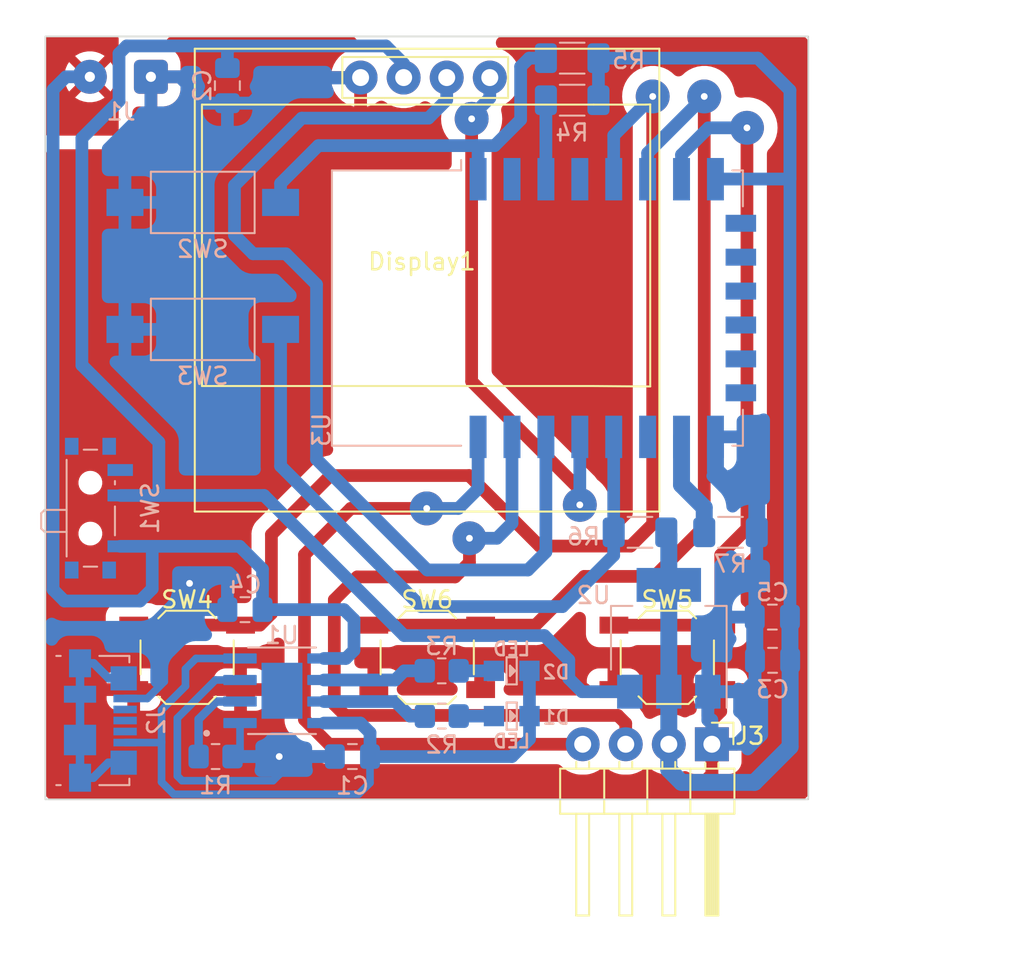
<source format=kicad_pcb>
(kicad_pcb (version 20221018) (generator pcbnew)
  (layers (0 "F.Cu" signal) (31 "B.Cu" signal) (34 "B.Paste" user) (35 "F.Paste" user) (36 "B.SilkS" user "B.Silkscreen") (37 "F.SilkS" user "F.Silkscreen") (38 "B.Mask" user) (39 "F.Mask" user) (44 "Edge.Cuts" user))
  (net 0 "")
  (net 1 "GND")
  (net 2 "+3.3V")
  (net 3 "/VCC_OLED")
  (net 4 "Net-(U3-~{RST})")
  (net 6 "Net-(U3-EN)")
  (net 8 "Net-(U3-GPIO14)")
  (net 9 "Net-(U3-GPIO12)")
  (net 10 "Net-(U3-GPIO13)")
  (net 17 "Net-(U3-GPIO15)")
  (net 19 "Net-(U3-GPIO0)")
  (net 20 "/SDA")
  (net 21 "/SCL")
  (net 22 "/Rx")
  (net 23 "/Tx")
  (net 24 "/VBAT")
  (net 25 "Net-(D1-K)")
  (net 26 "Net-(D2-K)")
  (net 30 "unconnected-(J2-Shield-Pad6)")
  (net 31 "Net-(D1-A)")
  (net 32 "Net-(U1-PROG)")
  (net 33 "Net-(U1-~{CHRG})")
  (net 34 "Net-(U1-~{STDBY})")
  (net 35 "/EP")
  (footprint "EESTN5-v2:128x64OLED" (layer "F.Cu") (at 173.89 71.175)
    (fp_text reference "Display1" (at 0 0.254) (layer "F.SilkS"))
    (fp_text value "SSD1306-SSD1306-128x64_OLED")
    (pad "1" thru_hole oval (at -3.62 -10.6 90) (size 2 2) (drill 1) (layers "*.Cu" "*.Mask") (net 1 "GND"))
    (pad "2" thru_hole oval (at -1.08 -10.6 90) (size 2 2) (drill 1) (layers "*.Cu" "*.Mask") (net 3 "/VCC_OLED"))
    (pad "3" thru_hole oval (at 1.46 -10.6 90) (size 2 2) (drill 1) (layers "*.Cu" "*.Mask") (net 21 "/SCL"))
    (pad "4" thru_hole oval (at 4 -10.6 90) (size 2 2) (drill 1) (layers "*.Cu" "*.Mask") (net 20 "/SDA"))
  )
  (footprint "Button_Switch_SMD:SW_SPST_TL3342" (layer "F.Cu") (at 188.3625 94.775 180)
    (fp_text reference "SW5" (at 0 3.405 180) (layer "F.SilkS"))
    (fp_text value "SW_Push_Dual")
    (pad "1" smd rect (at -3.15 -1.9 180) (size 1.7 1) (layers "F.Cu" "F.Paste" "F.Mask") (net 1 "GND"))
    (pad "1" smd rect (at 3.15 -1.9 180) (size 1.7 1) (layers "F.Cu" "F.Paste" "F.Mask") (net 1 "GND"))
    (pad "2" smd rect (at -3.15 1.9 180) (size 1.7 1) (layers "F.Cu" "F.Paste" "F.Mask") (net 10 "Net-(U3-GPIO13)"))
    (pad "2" smd rect (at 3.15 1.9 180) (size 1.7 1) (layers "F.Cu" "F.Paste" "F.Mask") (net 10 "Net-(U3-GPIO13)"))
  )
  (footprint "Button_Switch_SMD:SW_SPST_TL3342" (layer "F.Cu") (at 174.2 94.775 180)
    (fp_text reference "SW6" (at 0 3.405 180) (layer "F.SilkS"))
    (fp_text value "SW_Push_Dual")
    (pad "1" smd rect (at -3.15 -1.9 180) (size 1.7 1) (layers "F.Cu" "F.Paste" "F.Mask") (net 1 "GND"))
    (pad "1" smd rect (at 3.15 -1.9 180) (size 1.7 1) (layers "F.Cu" "F.Paste" "F.Mask") (net 1 "GND"))
    (pad "2" smd rect (at -3.15 1.9 180) (size 1.7 1) (layers "F.Cu" "F.Paste" "F.Mask") (net 9 "Net-(U3-GPIO12)"))
    (pad "2" smd rect (at 3.15 1.9 180) (size 1.7 1) (layers "F.Cu" "F.Paste" "F.Mask") (net 9 "Net-(U3-GPIO12)"))
  )
  (footprint "Connector_PinHeader_2.54mm:PinHeader_1x04_P2.54mm_Horizontal" (layer "F.Cu") (at 190.99 99.9 -90)
    (fp_text reference "J3" (at -0.49 -2.24) (layer "F.SilkS"))
    (fp_text value "FTDI")
    (pad "1" thru_hole rect (at 0 0 270) (size 2 2) (drill 1) (layers "*.Cu" "*.Mask") (net 1 "GND"))
    (pad "2" thru_hole oval (at 0 2.54 270) (size 2 2) (drill 1) (layers "*.Cu" "*.Mask") (net 2 "+3.3V"))
    (pad "3" thru_hole oval (at 0 5.08 270) (size 2 2) (drill 1) (layers "*.Cu" "*.Mask") (net 22 "/Rx"))
    (pad "4" thru_hole oval (at 0 7.62 270) (size 2 2) (drill 1) (layers "*.Cu" "*.Mask") (net 23 "/Tx"))
  )
  (footprint "Button_Switch_SMD:SW_SPST_TL3342" (layer "F.Cu") (at 160.0375 94.775 180)
    (fp_text reference "SW4" (at 0 3.405 180) (layer "F.SilkS"))
    (fp_text value "SW_Push_Dual")
    (pad "1" smd rect (at -3.15 -1.9 180) (size 1.7 1) (layers "F.Cu" "F.Paste" "F.Mask") (net 1 "GND"))
    (pad "1" smd rect (at 3.15 -1.9 180) (size 1.7 1) (layers "F.Cu" "F.Paste" "F.Mask") (net 1 "GND"))
    (pad "2" smd rect (at -3.15 1.9 180) (size 1.7 1) (layers "F.Cu" "F.Paste" "F.Mask") (net 8 "Net-(U3-GPIO14)"))
    (pad "2" smd rect (at 3.15 1.9 180) (size 1.7 1) (layers "F.Cu" "F.Paste" "F.Mask") (net 8 "Net-(U3-GPIO14)"))
  )
  (footprint "tp4056_2:SOP127P600X175-9N" (layer "B.Cu") (at 165.632625 96.745)
    (fp_text reference "U1" (at -0.012625 -3.275 180) (layer "B.SilkS") (effects (justify mirror)))
    (fp_text value "TP4056")
    (pad "1" smd roundrect (at -2.475 1.905) (size 1.97 0.6) (layers "B.Cu" "B.Paste" "B.Mask") (roundrect_rratio 0.07) (net 1 "GND"))
    (pad "2" smd roundrect (at -2.475 0.635) (size 1.97 0.6) (layers "B.Cu" "B.Paste" "B.Mask") (roundrect_rratio 0.07) (net 32 "Net-(U1-PROG)"))
    (pad "3" smd roundrect (at -2.475 -0.635) (size 1.97 0.6) (layers "B.Cu" "B.Paste" "B.Mask") (roundrect_rratio 0.07) (net 1 "GND"))
    (pad "4" smd roundrect (at -2.475 -1.905) (size 1.97 0.6) (layers "B.Cu" "B.Paste" "B.Mask") (roundrect_rratio 0.07) (net 31 "Net-(D1-A)"))
    (pad "5" smd roundrect (at 2.475 -1.905) (size 1.97 0.6) (layers "B.Cu" "B.Paste" "B.Mask") (roundrect_rratio 0.07) (net 24 "/VBAT"))
    (pad "6" smd roundrect (at 2.475 -0.635) (size 1.97 0.6) (layers "B.Cu" "B.Paste" "B.Mask") (roundrect_rratio 0.07) (net 34 "Net-(U1-~{STDBY})"))
    (pad "7" smd roundrect (at 2.475 0.635) (size 1.97 0.6) (layers "B.Cu" "B.Paste" "B.Mask") (roundrect_rratio 0.07) (net 33 "Net-(U1-~{CHRG})"))
    (pad "8" smd roundrect (at 2.475 1.905) (size 1.97 0.6) (layers "B.Cu" "B.Paste" "B.Mask") (roundrect_rratio 0.07) (net 31 "Net-(D1-A)"))
    (pad "9" smd rect (at 0 0) (size 2.413 3.302) (layers "B.Cu" "B.Mask") (net 35 "/EP"))
  )
  (footprint "Resistor_SMD:R_0805_2012Metric_Pad1.20x1.40mm_HandSolder" (layer "B.Cu") (at 175.06 98.238432)
    (fp_text reference "R2" (at 0 1.691568) (layer "B.SilkS") (effects (justify mirror)))
    (fp_text value "1K")
    (pad "1" smd roundrect (at -1 0) (size 1.2 1.4) (layers "B.Cu" "B.Paste" "B.Mask") (roundrect_rratio 0.2083333333) (net 33 "Net-(U1-~{CHRG})"))
    (pad "2" smd roundrect (at 1 0) (size 1.2 1.4) (layers "B.Cu" "B.Paste" "B.Mask") (roundrect_rratio 0.2083333333) (net 25 "Net-(D1-K)"))
  )
  (footprint "Package_TO_SOT_SMD:SOT-223-3_TabPin2" (layer "B.Cu") (at 188.45 93.65 90)
    (fp_text reference "U2" (at 2.54 -4.44) (layer "B.SilkS") (effects (justify mirror)))
    (fp_text value "AMS1117-3.3")
    (pad "1" smd rect (at -3.15 2.3 90) (size 2 1.5) (layers "B.Cu" "B.Paste" "B.Mask") (net 1 "GND"))
    (pad "2" smd rect (at -3.15 0 90) (size 2 1.5) (layers "B.Cu" "B.Paste" "B.Mask") (net 2 "+3.3V"))
    (pad "2" smd rect (at 3.15 0 90) (size 2 3.8) (layers "B.Cu" "B.Paste" "B.Mask") (net 2 "+3.3V"))
    (pad "3" smd rect (at -3.15 -2.3 90) (size 2 1.5) (layers "B.Cu" "B.Paste" "B.Mask") (net 3 "/VCC_OLED"))
  )
  (footprint "Capacitor_SMD:C_0805_2012Metric_Pad1.18x1.45mm_HandSolder" (layer "B.Cu") (at 194.5575 92.4)
    (fp_text reference "C5" (at 0.0125 -1.46) (layer "B.SilkS") (effects (justify mirror)))
    (fp_text value "10uF")
    (pad "1" smd roundrect (at -1.0375 0) (size 1.175 1.45) (layers "B.Cu" "B.Paste" "B.Mask") (roundrect_rratio 0.2127659574) (net 1 "GND"))
    (pad "2" smd roundrect (at 1.0375 0) (size 1.175 1.45) (layers "B.Cu" "B.Paste" "B.Mask") (roundrect_rratio 0.2127659574) (net 2 "+3.3V"))
  )
  (footprint "RF_Module:ESP-12E" (layer "B.Cu") (at 180.7 74.17 -90)
    (fp_text reference "U3" (at 7.18 12.73 90) (layer "B.SilkS") (effects (justify mirror)))
    (fp_text value "ESP-12F")
    (pad "1" smd rect (at -7.6 3.5 270) (size 2.5 1) (layers "B.Cu" "B.Paste" "B.Mask") (net 4 "Net-(U3-~{RST})"))
    (pad "2" smd rect (at -7.6 1.5 270) (size 2.5 1) (layers "B.Cu" "B.Paste" "B.Mask"))
    (pad "3" smd rect (at -7.6 -0.5 270) (size 2.5 1) (layers "B.Cu" "B.Paste" "B.Mask") (net 6 "Net-(U3-EN)"))
    (pad "4" smd rect (at -7.6 -2.5 270) (size 2.5 1) (layers "B.Cu" "B.Paste" "B.Mask"))
    (pad "5" smd rect (at -7.6 -4.5 270) (size 2.5 1) (layers "B.Cu" "B.Paste" "B.Mask") (net 8 "Net-(U3-GPIO14)"))
    (pad "6" smd rect (at -7.6 -6.5 270) (size 2.5 1) (layers "B.Cu" "B.Paste" "B.Mask") (net 9 "Net-(U3-GPIO12)"))
    (pad "7" smd rect (at -7.6 -8.5 270) (size 2.5 1) (layers "B.Cu" "B.Paste" "B.Mask") (net 10 "Net-(U3-GPIO13)"))
    (pad "8" smd rect (at -7.6 -10.5 270) (size 2.5 1) (layers "B.Cu" "B.Paste" "B.Mask") (net 2 "+3.3V"))
    (pad "9" smd rect (at -5 -12 270) (size 1 1.8) (layers "B.Cu" "B.Paste" "B.Mask"))
    (pad "10" smd rect (at -3 -12 270) (size 1 1.8) (layers "B.Cu" "B.Paste" "B.Mask"))
    (pad "11" smd rect (at -1 -12 270) (size 1 1.8) (layers "B.Cu" "B.Paste" "B.Mask"))
    (pad "12" smd rect (at 1 -12 270) (size 1 1.8) (layers "B.Cu" "B.Paste" "B.Mask"))
    (pad "13" smd rect (at 3 -12 270) (size 1 1.8) (layers "B.Cu" "B.Paste" "B.Mask"))
    (pad "14" smd rect (at 5 -12 270) (size 1 1.8) (layers "B.Cu" "B.Paste" "B.Mask"))
    (pad "15" smd rect (at 7.6 -10.5 270) (size 2.5 1) (layers "B.Cu" "B.Paste" "B.Mask") (net 1 "GND"))
    (pad "16" smd rect (at 7.6 -8.5 270) (size 2.5 1) (layers "B.Cu" "B.Paste" "B.Mask") (net 17 "Net-(U3-GPIO15)"))
    (pad "17" smd rect (at 7.6 -6.5 270) (size 2.5 1) (layers "B.Cu" "B.Paste" "B.Mask"))
    (pad "18" smd rect (at 7.6 -4.5 270) (size 2.5 1) (layers "B.Cu" "B.Paste" "B.Mask") (net 19 "Net-(U3-GPIO0)"))
    (pad "19" smd rect (at 7.6 -2.5 270) (size 2.5 1) (layers "B.Cu" "B.Paste" "B.Mask") (net 20 "/SDA"))
    (pad "20" smd rect (at 7.6 -0.5 270) (size 2.5 1) (layers "B.Cu" "B.Paste" "B.Mask") (net 21 "/SCL"))
    (pad "21" smd rect (at 7.6 1.5 270) (size 2.5 1) (layers "B.Cu" "B.Paste" "B.Mask") (net 22 "/Rx"))
    (pad "22" smd rect (at 7.6 3.5 270) (size 2.5 1) (layers "B.Cu" "B.Paste" "B.Mask") (net 23 "/Tx"))
    (zone (net 0) (net_name "") (layers "*.Cu") (connect_pads (clearance 0)) (min_thickness 0.254)
      (keepout (tracks not_allowed) (vias not_allowed) (pads not_allowed) (copperpour not_allowed) (footprints not_allowed))
      (fill (thermal_gap 0.508) (thermal_bridge_width 0.508))
      (polygon (pts (xy 175.9 66.05) (xy 175.9 82.29) (xy 168.58 82.29) (xy 168.58 66.05)))
    )
  )
  (footprint "Button_Switch_SMD:SW_SPST_FSMSM" (layer "B.Cu") (at 160.96 67.94)
    (fp_text reference "SW2" (at 0 2.75 180) (layer "B.SilkS") (effects (justify mirror)))
    (fp_text value "SW_Push")
    (pad "1" smd rect (at -4.59 0) (size 2.18 1.6) (layers "B.Cu" "B.Paste" "B.Mask") (net 1 "GND"))
    (pad "2" smd rect (at 4.59 0) (size 2.18 1.6) (layers "B.Cu" "B.Paste" "B.Mask") (net 4 "Net-(U3-~{RST})"))
  )
  (footprint "Resistor_SMD:R_1206_3216Metric_Pad1.30x1.75mm_HandSolder" (layer "B.Cu") (at 186.75 87.4 180)
    (fp_text reference "R6" (at 3.33 -0.25) (layer "B.SilkS") (effects (justify mirror)))
    (fp_text value "10K")
    (pad "1" smd roundrect (at -1.55 0 180) (size 1.3 1.75) (layers "B.Cu" "B.Paste" "B.Mask") (roundrect_rratio 0.1923076923) (net 2 "+3.3V"))
    (pad "2" smd roundrect (at 1.55 0 180) (size 1.3 1.75) (layers "B.Cu" "B.Paste" "B.Mask") (roundrect_rratio 0.1923076923) (net 19 "Net-(U3-GPIO0)"))
  )
  (footprint "Resistor_SMD:R_1206_3216Metric_Pad1.30x1.75mm_HandSolder" (layer "B.Cu") (at 182.75 59.43 180)
    (fp_text reference "R5" (at -3.34 -0.12) (layer "B.SilkS") (effects (justify mirror)))
    (fp_text value "10K")
    (pad "1" smd roundrect (at -1.55 0 180) (size 1.3 1.75) (layers "B.Cu" "B.Paste" "B.Mask") (roundrect_rratio 0.1923076923) (net 2 "+3.3V"))
    (pad "2" smd roundrect (at 1.55 0 180) (size 1.3 1.75) (layers "B.Cu" "B.Paste" "B.Mask") (roundrect_rratio 0.1923076923) (net 4 "Net-(U3-~{RST})"))
  )
  (footprint "Connector_Wire:SolderWire-0.1sqmm_1x02_P3.6mm_D0.4mm_OD1mm" (layer "B.Cu") (at 157.9 60.53 180)
    (fp_text reference "J1" (at 1.76 -2.06) (layer "B.SilkS") (effects (justify mirror)))
    (fp_text value "Input_BAT")
    (pad "1" thru_hole roundrect (at 0 0 180) (size 2 2) (drill 0.6) (layers "*.Cu" "*.Mask") (roundrect_rratio 0.15625) (net 1 "GND"))
    (pad "2" thru_hole circle (at 3.6 0 180) (size 2 2) (drill 0.6) (layers "*.Cu" "*.Mask") (net 24 "/VBAT"))
  )
  (footprint "Button_Switch_SMD:SW_SPDT_PCM12" (layer "B.Cu") (at 154.66 85.975 90)
    (fp_text reference "SW1" (at 0 3.2 90) (layer "B.SilkS") (effects (justify mirror)))
    (fp_text value "SW_SPST")
    (pad "" smd rect (at -3.65 -1.43 90) (size 1 0.8) (layers "B.Cu" "B.Paste" "B.Mask"))
    (pad "" smd rect (at -3.65 0.78 90) (size 1 0.8) (layers "B.Cu" "B.Paste" "B.Mask"))
    (pad "" np_thru_hole circle (at -1.5 -0.33 90) (size 0.9 0.9) (drill 0.9) (layers "*.Cu" "*.Mask"))
    (pad "" np_thru_hole circle (at 1.5 -0.33 90) (size 0.9 0.9) (drill 0.9) (layers "*.Cu" "*.Mask"))
    (pad "" smd rect (at 3.65 -1.43 90) (size 1 0.8) (layers "B.Cu" "B.Paste" "B.Mask"))
    (pad "" smd rect (at 3.65 0.78 90) (size 1 0.8) (layers "B.Cu" "B.Paste" "B.Mask"))
    (pad "1" smd rect (at -2.25 1.43 90) (size 0.7 1.5) (layers "B.Cu" "B.Paste" "B.Mask") (net 24 "/VBAT"))
    (pad "2" smd rect (at 0.75 1.43 90) (size 0.7 1.5) (layers "B.Cu" "B.Paste" "B.Mask") (net 3 "/VCC_OLED"))
    (pad "3" smd rect (at 2.25 1.43 90) (size 0.7 1.5) (layers "B.Cu" "B.Paste" "B.Mask"))
  )
  (footprint "Resistor_SMD:R_1206_3216Metric_Pad1.30x1.75mm_HandSolder" (layer "B.Cu") (at 182.75 61.91 180)
    (fp_text reference "R4" (at 0.01 -1.92) (layer "B.SilkS") (effects (justify mirror)))
    (fp_text value "10K")
    (pad "1" smd roundrect (at -1.55 0 180) (size 1.3 1.75) (layers "B.Cu" "B.Paste" "B.Mask") (roundrect_rratio 0.1923076923) (net 2 "+3.3V"))
    (pad "2" smd roundrect (at 1.55 0 180) (size 1.3 1.75) (layers "B.Cu" "B.Paste" "B.Mask") (roundrect_rratio 0.1923076923) (net 6 "Net-(U3-EN)"))
  )
  (footprint "Button_Switch_SMD:SW_SPST_FSMSM" (layer "B.Cu") (at 160.96 75.43 180)
    (fp_text reference "SW3" (at 0.005 -2.75) (layer "B.SilkS") (effects (justify mirror)))
    (fp_text value "SW_Push")
    (pad "1" smd rect (at -4.59 0 180) (size 2.18 1.6) (layers "B.Cu" "B.Paste" "B.Mask") (net 19 "Net-(U3-GPIO0)"))
    (pad "2" smd rect (at 4.59 0 180) (size 2.18 1.6) (layers "B.Cu" "B.Paste" "B.Mask") (net 1 "GND"))
  )
  (footprint "EESTN5-v2:Led_0805" (layer "B.Cu") (at 179.18 95.57)
    (fp_text reference "D2" (at 2.62 0.08) (layer "B.SilkS") (effects (font (size 0.8001 0.8001) (thickness 0.14986)) (justify mirror)))
    (fp_text value "LED" (at 0 -1.29) (layer "B.SilkS") (effects (font (size 0.8001 0.8001) (thickness 0.14986)) (justify mirror)))
    (pad "1" smd rect (at -1.04902 0) (size 1.19888 1.19888) (layers "B.Cu" "B.Paste" "B.Mask") (net 26 "Net-(D2-K)"))
    (pad "2" smd rect (at 1.04902 0) (size 1.19888 1.19888) (layers "B.Cu" "B.Paste" "B.Mask") (net 31 "Net-(D1-A)"))
  )
  (footprint "Capacitor_SMD:C_0805_2012Metric_Pad1.18x1.45mm_HandSolder" (layer "B.Cu") (at 194.57 94.95 180)
    (fp_text reference "C3" (at -0.01 -1.72) (layer "B.SilkS") (effects (justify mirror)))
    (fp_text value "1uF")
    (pad "1" smd roundrect (at -1.0375 0 180) (size 1.175 1.45) (layers "B.Cu" "B.Paste" "B.Mask") (roundrect_rratio 0.2127659574) (net 2 "+3.3V"))
    (pad "2" smd roundrect (at 1.0375 0 180) (size 1.175 1.45) (layers "B.Cu" "B.Paste" "B.Mask") (roundrect_rratio 0.2127659574) (net 1 "GND"))
  )
  (footprint "EESTN5-v2:Led_0805" (layer "B.Cu") (at 179.185 98.238432)
    (fp_text reference "D1" (at 2.62 0.08) (layer "B.SilkS") (effects (font (size 0.8001 0.8001) (thickness 0.14986)) (justify mirror)))
    (fp_text value "LED" (at -0.005 1.481568) (layer "B.SilkS") (effects (font (size 0.8001 0.8001) (thickness 0.14986)) (justify mirror)))
    (pad "1" smd rect (at -1.04902 0) (size 1.19888 1.19888) (layers "B.Cu" "B.Paste" "B.Mask") (net 25 "Net-(D1-K)"))
    (pad "2" smd rect (at 1.04902 0) (size 1.19888 1.19888) (layers "B.Cu" "B.Paste" "B.Mask") (net 31 "Net-(D1-A)"))
  )
  (footprint "Capacitor_SMD:C_0805_2012Metric_Pad1.18x1.45mm_HandSolder" (layer "B.Cu") (at 162.4125 61.05 -90)
    (fp_text reference "C2" (at 0 1.47 90) (layer "B.SilkS") (effects (justify mirror)))
    (fp_text value "1uF")
    (pad "1" smd roundrect (at -1.0375 0 270) (size 1.175 1.45) (layers "B.Cu" "B.Paste" "B.Mask") (roundrect_rratio 0.2127659574) (net 3 "/VCC_OLED"))
    (pad "2" smd roundrect (at 1.0375 0 270) (size 1.175 1.45) (layers "B.Cu" "B.Paste" "B.Mask") (roundrect_rratio 0.2127659574) (net 1 "GND"))
  )
  (footprint "Resistor_SMD:R_0805_2012Metric_Pad1.20x1.40mm_HandSolder" (layer "B.Cu") (at 175.055 95.57)
    (fp_text reference "R3" (at 0 -1.45) (layer "B.SilkS") (effects (justify mirror)))
    (fp_text value "1K")
    (pad "1" smd roundrect (at -1 0) (size 1.2 1.4) (layers "B.Cu" "B.Paste" "B.Mask") (roundrect_rratio 0.2083333333) (net 34 "Net-(U1-~{STDBY})"))
    (pad "2" smd roundrect (at 1 0) (size 1.2 1.4) (layers "B.Cu" "B.Paste" "B.Mask") (roundrect_rratio 0.2083333333) (net 26 "Net-(D2-K)"))
  )
  (footprint "Capacitor_SMD:C_0805_2012Metric_Pad1.18x1.45mm_HandSolder" (layer "B.Cu") (at 169.7875 100.625)
    (fp_text reference "C1" (at 0.0025 1.725) (layer "B.SilkS") (effects (justify mirror)))
    (fp_text value "10uF")
    (pad "1" smd roundrect (at -1.0375 0) (size 1.175 1.45) (layers "B.Cu" "B.Paste" "B.Mask") (roundrect_rratio 0.2127659574) (net 1 "GND"))
    (pad "2" smd roundrect (at 1.0375 0) (size 1.175 1.45) (layers "B.Cu" "B.Paste" "B.Mask") (roundrect_rratio 0.2127659574) (net 31 "Net-(D1-A)"))
  )
  (footprint "Connector_USB:USB_Micro-B_Molex_47346-0001" (layer "B.Cu") (at 154.92 98.5 90)
    (fp_text reference "J2" (at 0 3.3 90) (layer "B.SilkS") (effects (justify mirror)))
    (fp_text value "USB_B_Micro")
    (pad "1" smd rect (at -1.3 1.46 90) (size 0.45 1.38) (layers "B.Cu" "B.Paste" "B.Mask") (net 31 "Net-(D1-A)"))
    (pad "2" smd rect (at -0.65 1.46 90) (size 0.45 1.38) (layers "B.Cu" "B.Paste" "B.Mask"))
    (pad "3" smd rect (at 0 1.46 90) (size 0.45 1.38) (layers "B.Cu" "B.Paste" "B.Mask"))
    (pad "4" smd rect (at 0.65 1.46 90) (size 0.45 1.38) (layers "B.Cu" "B.Paste" "B.Mask"))
    (pad "5" smd rect (at 1.3 1.46 90) (size 0.45 1.38) (layers "B.Cu" "B.Paste" "B.Mask") (net 1 "GND"))
    (pad "6" smd rect (at -3.375 -1.2 90) (size 1.65 1.3) (layers "B.Cu" "B.Paste" "B.Mask") (net 30 "unconnected-(J2-Shield-Pad6)"))
    (pad "6" smd rect (at -2.4875 1.375 90) (size 1.425 1.55) (layers "B.Cu" "B.Paste" "B.Mask") (net 30 "unconnected-(J2-Shield-Pad6)"))
    (pad "6" smd rect (at -1.15 -1.2 90) (size 1.8 1.9) (layers "B.Cu" "B.Paste" "B.Mask") (net 30 "unconnected-(J2-Shield-Pad6)"))
    (pad "6" smd rect (at 1.55 -1.2 90) (size 1 1.9) (layers "B.Cu" "B.Paste" "B.Mask") (net 30 "unconnected-(J2-Shield-Pad6)"))
    (pad "6" smd rect (at 2.4875 1.375 90) (size 1.425 1.55) (layers "B.Cu" "B.Paste" "B.Mask") (net 30 "unconnected-(J2-Shield-Pad6)"))
    (pad "6" smd rect (at 3.375 -1.2 90) (size 1.65 1.3) (layers "B.Cu" "B.Paste" "B.Mask") (net 30 "unconnected-(J2-Shield-Pad6)"))
  )
  (footprint "Resistor_SMD:R_0805_2012Metric_Pad1.20x1.40mm_HandSolder" (layer "B.Cu") (at 161.715226 100.625 180)
    (fp_text reference "R1" (at 0 -1.705) (layer "B.SilkS") (effects (justify mirror)))
    (fp_text value "1K2")
    (pad "1" smd roundrect (at -1 0 180) (size 1.2 1.4) (layers "B.Cu" "B.Paste" "B.Mask") (roundrect_rratio 0.2083333333) (net 1 "GND"))
    (pad "2" smd roundrect (at 1 0 180) (size 1.2 1.4) (layers "B.Cu" "B.Paste" "B.Mask") (roundrect_rratio 0.2083333333) (net 32 "Net-(U1-PROG)"))
  )
  (footprint "Capacitor_SMD:C_0805_2012Metric_Pad1.18x1.45mm_HandSolder" (layer "B.Cu") (at 163.45 91.96 180)
    (fp_text reference "C4" (at -0.0025 1.465) (layer "B.SilkS") (effects (justify mirror)))
    (fp_text value "10uF")
    (pad "1" smd roundrect (at -1.0375 0 180) (size 1.175 1.45) (layers "B.Cu" "B.Paste" "B.Mask") (roundrect_rratio 0.2127659574) (net 24 "/VBAT"))
    (pad "2" smd roundrect (at 1.0375 0 180) (size 1.175 1.45) (layers "B.Cu" "B.Paste" "B.Mask") (roundrect_rratio 0.2127659574) (net 1 "GND"))
  )
  (footprint "Resistor_SMD:R_1206_3216Metric_Pad1.30x1.75mm_HandSolder" (layer "B.Cu") (at 192.09 87.4)
    (fp_text reference "R7" (at 0 1.86) (layer "B.SilkS") (effects (justify mirror)))
    (fp_text value "10K")
    (pad "1" smd roundrect (at -1.55 0) (size 1.3 1.75) (layers "B.Cu" "B.Paste" "B.Mask") (roundrect_rratio 0.1923076923) (net 17 "Net-(U3-GPIO15)"))
    (pad "2" smd roundrect (at 1.55 0) (size 1.3 1.75) (layers "B.Cu" "B.Paste" "B.Mask") (roundrect_rratio 0.1923076923) (net 1 "GND"))
  )
  (gr_rect (start 151.675 58.15) (end 196.675 103.15) (stroke (width 0.1)) (fill none) (layer "Edge.Cuts"))
  (segment (start 153.83 97.21) (end 157.245 100.625) (width 0.75) (layer "F.Cu") (net 1))
  (segment (start 155.15 90.41) (end 153.83 91.73) (width 0.75) (layer "F.Cu") (net 1))
  (segment (start 190.59 102.07) (end 166.914998 102.07) (width 0.75) (layer "F.Cu") (net 1))
  (segment (start 190.99 101.67) (end 190.59 102.07) (width 0.75) (layer "F.Cu") (net 1))
  (segment (start 157.245 100.625) (end 165.469998 100.625) (width 0.75) (layer "F.Cu") (net 1))
  (segment (start 191.5125 97.96) (end 190.99 98.4825) (width 0.75) (layer "F.Cu") (net 1))
  (segment (start 153.83 91.73) (end 153.83 97.21) (width 0.75) (layer "F.Cu") (net 1))
  (segment (start 190.99 99.9) (end 190.99 101.67) (width 0.75) (layer "F.Cu") (net 1))
  (segment (start 166.914998 102.07) (end 165.469998 100.625) (width 0.75) (layer "F.Cu") (net 1))
  (segment (start 190.99 98.4825) (end 190.99 99.9) (width 0.75) (layer "F.Cu") (net 1))
  (segment (start 191.5125 96.675) (end 191.5125 97.96) (width 0.75) (layer "F.Cu") (net 1))
  (segment (start 160.18 90.41) (end 155.15 90.41) (width 0.75) (layer "F.Cu") (net 1))
  (via (at 160.18 90.41) (size 2) (drill 0.4) (layers "F.Cu" "B.Cu") (net 1))
  (via (at 165.469998 100.625) (size 2) (drill 0.4) (layers "F.Cu" "B.Cu") (net 1))
  (segment (start 158.69 93.56) (end 158.69 96.2) (width 0.45) (layer "B.Cu") (net 1))
  (segment (start 170.38 60.6) (end 165.32 60.6) (width 0.75) (layer "B.Cu") (net 1))
  (segment (start 193.5325 98.8175) (end 193.5325 96.1675) (width 0.75) (layer "B.Cu") (net 1))
  (segment (start 165.470002 101.679998) (end 165.470002 100.625) (width 0.45) (layer "B.Cu") (net 1))
  (segment (start 192.45 99.9) (end 193.5325 98.8175) (width 0.75) (layer "B.Cu") (net 1))
  (segment (start 190.99 99.9) (end 192.45 99.9) (width 0.75) (layer "B.Cu") (net 1))
  (segment (start 191.2 83.75) (end 191.9675 84.5175) (width 1) (layer "B.Cu") (net 1))
  (segment (start 158.69 96.2) (end 157.69 97.2) (width 0.45) (layer "B.Cu") (net 1))
  (segment (start 190.99 99.9) (end 190.99 98.71) (width 0.75) (layer "B.Cu") (net 1))
  (segment (start 163.8325 62.0875) (end 162.4125 62.0875) (width 0.75) (layer "B.Cu") (net 1))
  (segment (start 163.157625 100.182601) (end 162.715226 100.625) (width 0.45) (layer "B.Cu") (net 1))
  (segment (start 163.157625 96.11) (end 161.71 96.11) (width 0.45) (layer "B.Cu") (net 1))
  (segment (start 159.46 101.77) (end 159.74 102.05) (width 0.45) (layer "B.Cu") (net 1))
  (segment (start 168.75 100.625) (end 165.470002 100.625) (width 0.75) (layer "B.Cu") (net 1))
  (segment (start 161.71 96.11) (end 159.46 98.36) (width 0.45) (layer "B.Cu") (net 1))
  (segment (start 193.5325 96.1675) (end 193.5325 94.95) (width 0.75) (layer "B.Cu") (net 1))
  (segment (start 159.46 98.36) (end 159.46 101.77) (width 0.45) (layer "B.Cu") (net 1))
  (segment (start 157.69 97.2) (end 156.38 97.2) (width 0.45) (layer "B.Cu") (net 1))
  (segment (start 193.52 94.9375) (end 193.52 92.4) (width 1) (layer "B.Cu") (net 1))
  (segment (start 163.157625 98.65) (end 163.157625 100.182601) (width 0.45) (layer "B.Cu") (net 1))
  (segment (start 160.175 92.075) (end 158.69 93.56) (width 0.45) (layer "B.Cu") (net 1))
  (segment (start 190.75 96.8) (end 192.9 96.8) (width 0.75) (layer "B.Cu") (net 1))
  (segment (start 165.32 60.6) (end 163.8325 62.0875) (width 0.75) (layer "B.Cu") (net 1))
  (segment (start 192.9 96.8) (end 193.5325 96.1675) (width 0.75) (layer "B.Cu") (net 1))
  (segment (start 191.9675 84.5175) (end 192.6925 84.5175) (width 1) (layer "B.Cu") (net 1))
  (segment (start 162.715226 100.625) (end 165.470002 100.625) (width 0.75) (layer "B.Cu") (net 1))
  (segment (start 161.1575 62.0875) (end 162.4125 62.0875) (width 0.75) (layer "B.Cu") (net 1))
  (segment (start 159.74 102.05) (end 165.1 102.05) (width 0.45) (layer "B.Cu") (net 1))
  (segment (start 160.18 90.41) (end 160.18 91.96) (width 0.75) (layer "B.Cu") (net 1))
  (segment (start 190.75 98.47) (end 190.75 96.8) (width 0.75) (layer "B.Cu") (net 1))
  (segment (start 193.64 85.465) (end 192.6925 84.5175) (width 1) (layer "B.Cu") (net 1))
  (segment (start 160.18 91.96) (end 162.4125 91.96) (width 0.75) (layer "B.Cu") (net 1))
  (segment (start 191.2 81.77) (end 191.2 83.75) (width 1) (layer "B.Cu") (net 1))
  (segment (start 193.5325 94.95) (end 193.52 94.9375) (width 1) (layer "B.Cu") (net 1))
  (segment (start 190.99 98.71) (end 190.75 98.47) (width 0.75) (layer "B.Cu") (net 1))
  (segment (start 159.6 60.53) (end 157.9 60.53) (width 0.75) (layer "B.Cu") (net 1))
  (segment (start 165.1 102.05) (end 165.470002 101.679998) (width 0.45) (layer "B.Cu") (net 1))
  (segment (start 161.1575 62.0875) (end 159.6 60.53) (width 0.75) (layer "B.Cu") (net 1))
  (segment (start 193.64 87.4) (end 193.64 85.465) (width 1) (layer "B.Cu") (net 1))
  (segment (start 188.45 101.4) (end 189.2 102.15) (width 1) (layer "B.Cu") (net 2))
  (segment (start 189.2 102.15) (end 193.5 102.15) (width 1) (layer "B.Cu") (net 2))
  (segment (start 195.595 61.325) (end 195.595 92.4) (width 0.75) (layer "B.Cu") (net 2))
  (segment (start 191.2 66.57) (end 191.21 66.56) (width 0.75) (layer "B.Cu") (net 2))
  (segment (start 193.7 59.43) (end 195.595 61.325) (width 0.75) (layer "B.Cu") (net 2))
  (segment (start 184.3 61.91) (end 184.3 59.43) (width 0.75) (layer "B.Cu") (net 2))
  (segment (start 188.45 90.5) (end 188.45 96.8) (width 1) (layer "B.Cu") (net 2))
  (segment (start 193.5 102.15) (end 195.6075 100.0425) (width 1) (layer "B.Cu") (net 2))
  (segment (start 195.595 94.9375) (end 195.595 92.4) (width 1) (layer "B.Cu") (net 2))
  (segment (start 191.21 66.56) (end 195.585 66.56) (width 0.75) (layer "B.Cu") (net 2))
  (segment (start 195.595 66.55) (end 195.595 62.6) (width 0.75) (layer "B.Cu") (net 2))
  (segment (start 195.585 66.56) (end 195.595 66.55) (width 0.75) (layer "B.Cu") (net 2))
  (segment (start 188.45 90.5) (end 188.45 87.55) (width 1) (layer "B.Cu") (net 2))
  (segment (start 184.3 59.43) (end 193.7 59.43) (width 0.75) (layer "B.Cu") (net 2))
  (segment (start 195.6075 94.95) (end 195.595 94.9375) (width 1) (layer "B.Cu") (net 2))
  (segment (start 188.45 87.55) (end 188.3 87.4) (width 1) (layer "B.Cu") (net 2))
  (segment (start 188.45 96.8) (end 188.45 99.9) (width 1) (layer "B.Cu") (net 2))
  (segment (start 195.6075 100.0425) (end 195.6075 94.95) (width 1) (layer "B.Cu") (net 2))
  (segment (start 188.45 99.9) (end 188.45 101.4) (width 1) (layer "B.Cu") (net 2))
  (segment (start 162.4125 58.9575) (end 162.66 58.71) (width 0.75) (layer "B.Cu") (net 3))
  (segment (start 156.09 85.225) (end 158.37 85.225) (width 0.75) (layer "B.Cu") (net 3))
  (segment (start 162.66 58.71) (end 156.47 58.71) (width 0.75) (layer "B.Cu") (net 3))
  (segment (start 156.02 59.16) (end 156.02 61.96) (width 0.75) (layer "B.Cu") (net 3))
  (segment (start 156.02 61.96) (end 153.83 64.15) (width 0.75) (layer "B.Cu") (net 3))
  (segment (start 164.575 85.225) (end 172.84 93.49) (width 0.75) (layer "B.Cu") (net 3))
  (segment (start 158.37 85.225) (end 164.575 85.225) (width 0.75) (layer "B.Cu") (net 3))
  (segment (start 172.81 60.575) (end 172.81 59.76) (width 0.75) (layer "B.Cu") (net 3))
  (segment (start 162.4125 60.0125) (end 162.4125 58.9575) (width 0.75) (layer "B.Cu") (net 3))
  (segment (start 181.11 93.49) (end 182.55 94.93) (width 0.75) (layer "B.Cu") (net 3))
  (segment (start 153.83 64.15) (end 153.83 77.54) (width 0.75) (layer "B.Cu") (net 3))
  (segment (start 153.83 77.54) (end 158.37 82.08) (width 0.75) (layer "B.Cu") (net 3))
  (segment (start 183.33 96.8) (end 186.15 96.8) (width 0.75) (layer "B.Cu") (net 3))
  (segment (start 182.55 96.02) (end 183.33 96.8) (width 0.75) (layer "B.Cu") (net 3))
  (segment (start 156.47 58.71) (end 156.02 59.16) (width 0.75) (layer "B.Cu") (net 3))
  (segment (start 172.84 93.49) (end 181.11 93.49) (width 0.75) (layer "B.Cu") (net 3))
  (segment (start 171.76 58.71) (end 162.66 58.71) (width 0.75) (layer "B.Cu") (net 3))
  (segment (start 182.55 94.93) (end 182.55 96.02) (width 0.75) (layer "B.Cu") (net 3))
  (segment (start 172.81 59.76) (end 171.76 58.71) (width 0.75) (layer "B.Cu") (net 3))
  (segment (start 158.37 82.08) (end 158.37 85.225) (width 0.75) (layer "B.Cu") (net 3))
  (segment (start 177.2 66.57) (end 177.2 64.69) (width 0.75) (layer "B.Cu") (net 4))
  (segment (start 179.71 59.93) (end 180.21 59.43) (width 0.75) (layer "B.Cu") (net 4))
  (segment (start 165.55 67.94) (end 165.55 66.82) (width 0.75) (layer "B.Cu") (net 4))
  (segment (start 165.55 66.82) (end 167.78 64.59) (width 0.75) (layer "B.Cu") (net 4))
  (segment (start 167.78 64.59) (end 177.1 64.59) (width 0.75) (layer "B.Cu") (net 4))
  (segment (start 179.71 63.06) (end 179.71 59.93) (width 0.75) (layer "B.Cu") (net 4))
  (segment (start 180.21 59.43) (end 181.09 59.43) (width 0.75) (layer "B.Cu") (net 4))
  (segment (start 177.2 64.69) (end 177.1 64.59) (width 0.75) (layer "B.Cu") (net 4))
  (segment (start 178.18 64.59) (end 179.71 63.06) (width 0.75) (layer "B.Cu") (net 4))
  (segment (start 177.1 64.59) (end 178.18 64.59) (width 0.75) (layer "B.Cu") (net 4))
  (segment (start 181.2 66.57) (end 181.2 61.91) (width 0.75) (layer "B.Cu") (net 6))
  (segment (start 156.8875 92.875) (end 156.8925 92.87) (width 0.75) (layer "F.Cu") (net 8))
  (segment (start 180.83 88.21) (end 186.2 88.21) (width 0.75) (layer "F.Cu") (net 8))
  (segment (start 163.1875 92.875) (end 164.325 92.875) (width 0.75) (layer "F.Cu") (net 8))
  (segment (start 186.2 88.21) (end 187.5 86.91) (width 0.75) (layer "F.Cu") (net 8))
  (segment (start 168.49 84.05) (end 176.67 84.05) (width 0.75) (layer "F.Cu") (net 8))
  (segment (start 163.1825 92.87) (end 163.1875 92.875) (width 0.75) (layer "F.Cu") (net 8))
  (segment (start 156.8925 92.87) (end 163.1825 92.87) (width 0.75) (layer "F.Cu") (net 8))
  (segment (start 187.5 86.91) (end 187.5 61.69) (width 0.75) (layer "F.Cu") (net 8))
  (segment (start 165.01 87.53) (end 168.49 84.05) (width 0.75) (layer "F.Cu") (net 8))
  (segment (start 165.01 92.19) (end 165.01 87.53) (width 0.75) (layer "F.Cu") (net 8))
  (segment (start 164.325 92.875) (end 165.01 92.19) (width 0.75) (layer "F.Cu") (net 8))
  (segment (start 176.67 84.05) (end 180.83 88.21) (width 0.75) (layer "F.Cu") (net 8))
  (via (at 187.5 61.69) (size 2) (drill 0.4) (layers "F.Cu" "B.Cu") (net 8))
  (segment (start 185.2 66.57) (end 185.2 63.99) (width 0.75) (layer "B.Cu") (net 8))
  (segment (start 185.2 63.99) (end 187.5 61.69) (width 0.75) (layer "B.Cu") (net 8))
  (segment (start 190.54 87.06) (end 190.54 61.69) (width 0.75) (layer "F.Cu") (net 9))
  (segment (start 180.585 92.875) (end 183.46 90) (width 0.75) (layer "F.Cu") (net 9))
  (segment (start 177.35 92.875) (end 180.585 92.875) (width 0.75) (layer "F.Cu") (net 9))
  (segment (start 171.05 92.875) (end 177.35 92.875) (width 0.75) (layer "F.Cu") (net 9))
  (segment (start 183.46 90) (end 187.6 90) (width 0.75) (layer "F.Cu") (net 9))
  (segment (start 187.6 90) (end 190.54 87.06) (width 0.75) (layer "F.Cu") (net 9))
  (via (at 190.54 61.69) (size 2) (drill 0.4) (layers "F.Cu" "B.Cu") (net 9))
  (segment (start 187.2 65.03) (end 190.54 61.69) (width 0.75) (layer "B.Cu") (net 9))
  (segment (start 187.2 66.57) (end 187.2 65.03) (width 0.75) (layer "B.Cu") (net 9))
  (segment (start 193.06 87.18) (end 193.06 63.54) (width 0.75) (layer "F.Cu") (net 10))
  (segment (start 191.5125 88.7275) (end 193.06 87.18) (width 0.75) (layer "F.Cu") (net 10))
  (segment (start 185.2125 92.875) (end 191.5125 92.875) (width 0.75) (layer "F.Cu") (net 10))
  (segment (start 191.5125 92.875) (end 191.5125 88.7275) (width 0.75) (layer "F.Cu") (net 10))
  (via (at 193.06 63.54) (size 2) (drill 0.4) (layers "F.Cu" "B.Cu") (net 10))
  (segment (start 189.2 66.57) (end 189.2 65.13) (width 0.75) (layer "B.Cu") (net 10))
  (segment (start 190.79 63.54) (end 193.06 63.54) (width 0.75) (layer "B.Cu") (net 10))
  (segment (start 189.2 65.13) (end 190.79 63.54) (width 0.75) (layer "B.Cu") (net 10))
  (segment (start 190.54 85.94) (end 190.54 87.4) (width 1) (layer "B.Cu") (net 17))
  (segment (start 189.2 84.6) (end 190.54 85.94) (width 1) (layer "B.Cu") (net 17))
  (segment (start 189.2 81.77) (end 189.2 84.6) (width 1) (layer "B.Cu") (net 17))
  (segment (start 185.2 87.4) (end 185.2 88.76) (width 0.75) (layer "B.Cu") (net 19))
  (segment (start 182.18 91.78) (end 173.84 91.78) (width 0.75) (layer "B.Cu") (net 19))
  (segment (start 185.2 81.77) (end 185.2 87.4) (width 0.75) (layer "B.Cu") (net 19))
  (segment (start 165.55 83.49) (end 165.55 75.43) (width 0.75) (layer "B.Cu") (net 19))
  (segment (start 173.84 91.78) (end 165.55 83.49) (width 0.75) (layer "B.Cu") (net 19))
  (segment (start 185.2 88.76) (end 182.18 91.78) (width 0.75) (layer "B.Cu") (net 19))
  (segment (start 176.82 63.01) (end 176.82 78.5) (width 0.75) (layer "F.Cu") (net 20))
  (segment (start 176.82 78.5) (end 183.19 84.87) (width 0.75) (layer "F.Cu") (net 20))
  (segment (start 183.19 84.87) (end 183.19 85.78) (width 0.75) (layer "F.Cu") (net 20))
  (via (at 183.2 85.78) (size 2) (drill 0.4) (layers "F.Cu" "B.Cu") (net 20))
  (via (at 176.82 63.01) (size 2) (drill 0.4) (layers "F.Cu" "B.Cu") (net 20))
  (segment (start 177.89 61.78) (end 176.82 62.85) (width 0.75) (layer "B.Cu") (net 20))
  (segment (start 183.2 81.77) (end 183.2 85.78) (width 0.75) (layer "B.Cu") (net 20))
  (segment (start 176.82 62.85) (end 176.82 63.01) (width 0.75) (layer "B.Cu") (net 20))
  (segment (start 177.89 60.575) (end 177.89 61.78) (width 0.75) (layer "B.Cu") (net 20))
  (segment (start 180.14 89.62) (end 174.2 89.62) (width 0.75) (layer "B.Cu") (net 21))
  (segment (start 167.67 83.09) (end 167.67 72.78) (width 0.75) (layer "B.Cu") (net 21))
  (segment (start 162.83 66.94) (end 166.8 62.97) (width 0.75) (layer "B.Cu") (net 21))
  (segment (start 174.2 89.62) (end 167.67 83.09) (width 0.75) (layer "B.Cu") (net 21))
  (segment (start 181.2 81.77) (end 181.2 88.56) (width 0.75) (layer "B.Cu") (net 21))
  (segment (start 165.86 70.97) (end 163.93 70.97) (width 0.75) (layer "B.Cu") (net 21))
  (segment (start 174.27 62.97) (end 175.35 61.89) (width 0.75) (layer "B.Cu") (net 21))
  (segment (start 175.35 61.89) (end 175.35 60.575) (width 0.75) (layer "B.Cu") (net 21))
  (segment (start 162.83 69.87) (end 162.83 66.94) (width 0.75) (layer "B.Cu") (net 21))
  (segment (start 163.93 70.97) (end 162.83 69.87) (width 0.75) (layer "B.Cu") (net 21))
  (segment (start 167.67 72.78) (end 165.86 70.97) (width 0.75) (layer "B.Cu") (net 21))
  (segment (start 181.2 88.56) (end 180.14 89.62) (width 0.75) (layer "B.Cu") (net 21))
  (segment (start 166.8 62.97) (end 174.27 62.97) (width 0.75) (layer "B.Cu") (net 21))
  (segment (start 168.72 91.38) (end 170.07 90.03) (width 0.75) (layer "F.Cu") (net 22))
  (segment (start 185.44 98.2) (end 169.36 98.2) (width 0.75) (layer "F.Cu") (net 22))
  (segment (start 185.91 99.9) (end 185.91 98.67) (width 0.75) (layer "F.Cu") (net 22))
  (segment (start 169.36 98.2) (end 168.72 97.56) (width 0.75) (layer "F.Cu") (net 22))
  (segment (start 175.84 90.03) (end 176.69 89.18) (width 0.75) (layer "F.Cu") (net 22))
  (segment (start 176.69 89.18) (end 176.69 87.75) (width 0.75) (layer "F.Cu") (net 22))
  (segment (start 185.91 98.67) (end 185.44 98.2) (width 0.75) (layer "F.Cu") (net 22))
  (segment (start 168.72 97.56) (end 168.72 91.38) (width 0.75) (layer "F.Cu") (net 22))
  (segment (start 170.07 90.03) (end 175.84 90.03) (width 0.75) (layer "F.Cu") (net 22))
  (via (at 176.69 87.75) (size 2) (drill 0.4) (layers "F.Cu" "B.Cu") (net 22))
  (segment (start 179.2 81.77) (end 179.2 86.86) (width 0.75) (layer "B.Cu") (net 22))
  (segment (start 179.2 86.86) (end 178.31 87.75) (width 0.75) (layer "B.Cu") (net 22))
  (segment (start 178.31 87.75) (end 176.69 87.75) (width 0.75) (layer "B.Cu") (net 22))
  (segment (start 169.69 85.99) (end 174.17 85.99) (width 0.75) (layer "F.Cu") (net 23))
  (segment (start 166.96 88.72) (end 169.69 85.99) (width 0.75) (layer "F.Cu") (net 23))
  (segment (start 183.37 99.9) (end 168.41 99.9) (width 0.75) (layer "F.Cu") (net 23))
  (segment (start 166.96 98.45) (end 166.96 88.72) (width 0.75) (layer "F.Cu") (net 23))
  (segment (start 168.41 99.9) (end 166.96 98.45) (width 0.75) (layer "F.Cu") (net 23))
  (via (at 174.17 85.99) (size 2) (drill 0.4) (layers "F.Cu" "B.Cu") (net 23))
  (segment (start 177.2 84.83) (end 176.04 85.99) (width 0.75) (layer "B.Cu") (net 23))
  (segment (start 176.04 85.99) (end 174.17 85.99) (width 0.75) (layer "B.Cu") (net 23))
  (segment (start 177.2 81.77) (end 177.2 84.83) (width 0.75) (layer "B.Cu") (net 23))
  (segment (start 152.8 91.45) (end 157.26 91.45) (width 0.75) (layer "B.Cu") (net 24))
  (segment (start 152.13 90.78) (end 152.8 91.45) (width 0.75) (layer "B.Cu") (net 24))
  (segment (start 169.88 92.55) (end 169.29 91.96) (width 0.75) (layer "B.Cu") (net 24))
  (segment (start 157.98 90.73) (end 157.98 88.225) (width 0.75) (layer "B.Cu") (net 24))
  (segment (start 157.98 88.225) (end 156.09 88.225) (width 0.75) (layer "B.Cu") (net 24))
  (segment (start 152.89 60.53) (end 152.13 61.29) (width 0.75) (layer "B.Cu") (net 24))
  (segment (start 163.135 88.225) (end 157.98 88.225) (width 0.75) (layer "B.Cu") (net 24))
  (segment (start 164.485 89.575) (end 163.135 88.225) (width 0.75) (layer "B.Cu") (net 24))
  (segment (start 169.88 94.36) (end 169.88 92.55) (width 0.75) (layer "B.Cu") (net 24))
  (segment (start 168.107625 94.84) (end 169.4 94.84) (width 0.75) (layer "B.Cu") (net 24))
  (segment (start 152.13 61.29) (end 152.13 90.78) (width 0.75) (layer "B.Cu") (net 24))
  (segment (start 154.3 60.53) (end 152.89 60.53) (width 0.75) (layer "B.Cu") (net 24))
  (segment (start 169.29 91.96) (end 164.4875 91.96) (width 0.75) (layer "B.Cu") (net 24))
  (segment (start 169.4 94.84) (end 169.88 94.36) (width 0.75) (layer "B.Cu") (net 24))
  (segment (start 164.485 91.9575) (end 164.485 89.575) (width 0.75) (layer "B.Cu") (net 24))
  (segment (start 157.26 91.45) (end 157.98 90.73) (width 0.75) (layer "B.Cu") (net 24))
  (segment (start 164.4875 91.96) (end 164.485 91.9575) (width 0.75) (layer "B.Cu") (net 24))
  (segment (start 176.06 98.238432) (end 178.13598 98.238432) (width 0.75) (layer "B.Cu") (net 25))
  (segment (start 176.055 95.57) (end 178.13098 95.57) (width 0.75) (layer "B.Cu") (net 26))
  (segment (start 153.72 95.125) (end 154.525 95.125) (width 0.5) (layer "B.Cu") (net 30))
  (segment (start 153.72 101.875) (end 154.505 101.875) (width 0.5) (layer "B.Cu") (net 30))
  (segment (start 154.525 95.125) (end 155.4125 96.0125) (width 0.5) (layer "B.Cu") (net 30))
  (segment (start 155.3925 100.9875) (end 156.295 100.9875) (width 0.5) (layer "B.Cu") (net 30))
  (segment (start 154.505 101.875) (end 155.3925 100.9875) (width 0.5) (layer "B.Cu") (net 30))
  (segment (start 153.72 99.65) (end 153.72 96.95) (width 0.5) (layer "B.Cu") (net 30))
  (segment (start 153.72 96.95) (end 153.72 95.125) (width 0.5) (layer "B.Cu") (net 30))
  (segment (start 153.72 101.875) (end 153.72 99.65) (width 0.5) (layer "B.Cu") (net 30))
  (segment (start 155.4125 96.0125) (end 156.295 96.0125) (width 0.5) (layer "B.Cu") (net 30))
  (segment (start 158.53 99.77) (end 158.53 102.13) (width 0.45) (layer "B.Cu") (net 31))
  (segment (start 180.22902 95.57) (end 180.22902 98.233432) (width 0.75) (layer "B.Cu") (net 31))
  (segment (start 180.23402 99.587872) (end 179.196892 100.625) (width 0.75) (layer "B.Cu") (net 31))
  (segment (start 170.26 98.65) (end 170.825002 99.215002) (width 0.75) (layer "B.Cu") (net 31))
  (segment (start 160.56 94.84) (end 159.94 95.46) (width 0.45) (layer "B.Cu") (net 31))
  (segment (start 163.157625 94.84) (end 160.56 94.84) (width 0.45) (layer "B.Cu") (net 31))
  (segment (start 158.53 102.13) (end 159.25 102.85) (width 0.45) (layer "B.Cu") (net 31))
  (segment (start 170.15 102.85) (end 170.825002 102.174998) (width 0.45) (layer "B.Cu") (net 31))
  (segment (start 180.23402 98.238432) (end 180.23402 99.587872) (width 0.75) (layer "B.Cu") (net 31))
  (segment (start 170.825002 99.215002) (end 170.825002 100.625) (width 0.75) (layer "B.Cu") (net 31))
  (segment (start 159.25 102.85) (end 170.15 102.85) (width 0.45) (layer "B.Cu") (net 31))
  (segment (start 179.196892 100.625) (end 170.825002 100.625) (width 0.75) (layer "B.Cu") (net 31))
  (segment (start 158.53 97.88) (end 158.53 99.77) (width 0.45) (layer "B.Cu") (net 31))
  (segment (start 158.5 99.8) (end 158.53 99.77) (width 0.45) (layer "B.Cu") (net 31))
  (segment (start 156.38 99.8) (end 158.5 99.8) (width 0.45) (layer "B.Cu") (net 31))
  (segment (start 159.94 95.46) (end 159.94 96.47) (width 0.45) (layer "B.Cu") (net 31))
  (segment (start 180.22902 98.233432) (end 180.23402 98.238432) (width 0.75) (layer "B.Cu") (net 31))
  (segment (start 159.94 96.47) (end 158.53 97.88) (width 0.45) (layer "B.Cu") (net 31))
  (segment (start 168.107625 98.65) (end 170.26 98.65) (width 0.75) (layer "B.Cu") (net 31))
  (segment (start 170.825002 102.174998) (end 170.825002 100.625) (width 0.45) (layer "B.Cu") (net 31))
  (segment (start 160.715226 98.424774) (end 160.715226 100.625) (width 0.5) (layer "B.Cu") (net 32))
  (segment (start 163.157625 97.38) (end 161.76 97.38) (width 0.5) (layer "B.Cu") (net 32))
  (segment (start 161.76 97.38) (end 160.715226 98.424774) (width 0.5) (layer "B.Cu") (net 32))
  (segment (start 172.32 97.38) (end 168.107625 97.38) (width 0.75) (layer "B.Cu") (net 33))
  (segment (start 174.06 98.238432) (end 173.178432 98.238432) (width 0.75) (layer "B.Cu") (net 33))
  (segment (start 173.178432 98.238432) (end 172.32 97.38) (width 0.75) (layer "B.Cu") (net 33))
  (segment (start 172.85 95.57) (end 172.31 96.11) (width 0.75) (layer "B.Cu") (net 34))
  (segment (start 174.055 95.57) (end 172.85 95.57) (width 0.75) (layer "B.Cu") (net 34))
  (segment (start 172.31 96.11) (end 168.107625 96.11) (width 0.75) (layer "B.Cu") (net 34))
  (zone (net 24) (net_name "/VBAT") (layer "F.Cu") (priority 1) (connect_pads (clearance 0.8)) (min_thickness 0.25) (fill yes (thermal_gap 0.5) (thermal_bridge_width 0.5))
    (polygon (pts (xy 156 57) (xy 156 64) (xy 151 64) (xy 151 57)))
  )
  (zone (net 1) (net_name "GND") (layers "F&B.Cu") (connect_pads (clearance 0.8)) (min_thickness 0.75) (fill yes (thermal_gap 0.75) (thermal_bridge_width 0.75))
    (polygon (pts (xy 149 56) (xy 199 56) (xy 199 106) (xy 149 106)))
  )
)
</source>
